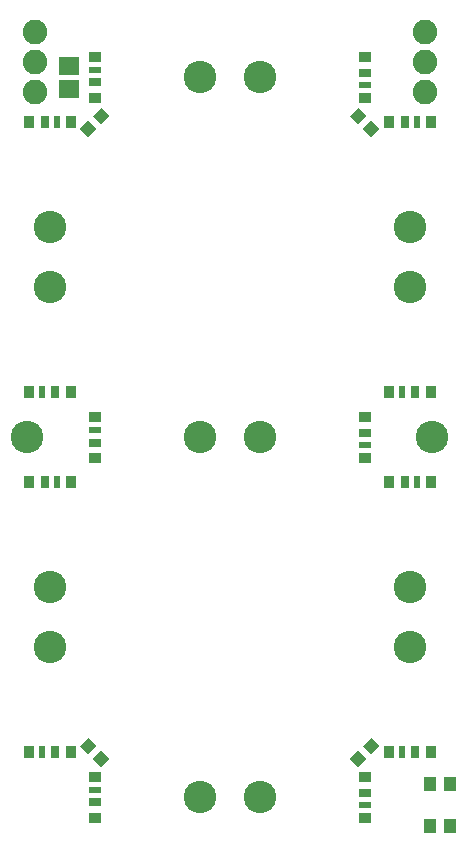
<source format=gts>
G75*
%MOIN*%
%OFA0B0*%
%FSLAX25Y25*%
%IPPOS*%
%LPD*%
%AMOC8*
5,1,8,0,0,1.08239X$1,22.5*
%
%ADD10C,0.10800*%
%ADD11R,0.04300X0.03000*%
%ADD12R,0.04300X0.02300*%
%ADD13R,0.04300X0.03700*%
%ADD14R,0.04300X0.03400*%
%ADD15R,0.03000X0.04300*%
%ADD16R,0.02300X0.04300*%
%ADD17R,0.03700X0.04300*%
%ADD18R,0.03400X0.04300*%
%ADD19R,0.06706X0.05918*%
%ADD20R,0.04146X0.04737*%
%ADD21C,0.08200*%
%ADD22R,0.03950X0.03950*%
D10*
X0026600Y0081600D03*
X0026600Y0101600D03*
X0019100Y0151600D03*
X0026600Y0201600D03*
X0026600Y0221600D03*
X0076600Y0271600D03*
X0096600Y0271600D03*
X0146600Y0221600D03*
X0146600Y0201600D03*
X0154100Y0151600D03*
X0146600Y0101600D03*
X0146600Y0081600D03*
X0096600Y0031600D03*
X0076600Y0031600D03*
X0076600Y0151600D03*
X0096600Y0151600D03*
D11*
X0131700Y0153200D03*
X0131700Y0033200D03*
X0041600Y0030000D03*
X0041600Y0149900D03*
X0041600Y0270000D03*
X0131700Y0273200D03*
D12*
X0131700Y0269100D03*
X0131700Y0149100D03*
X0131700Y0029100D03*
X0041600Y0034100D03*
X0041600Y0154000D03*
X0041600Y0274100D03*
D13*
X0041600Y0264700D03*
X0041600Y0144600D03*
X0041600Y0024700D03*
X0131700Y0038500D03*
X0131700Y0158500D03*
X0131700Y0278500D03*
D14*
X0131700Y0264700D03*
X0131700Y0144700D03*
X0131700Y0024700D03*
X0041600Y0038500D03*
X0041600Y0158400D03*
X0041600Y0278500D03*
D15*
X0025000Y0256600D03*
X0028200Y0166600D03*
X0025000Y0136600D03*
X0028200Y0046600D03*
X0145000Y0136600D03*
X0148200Y0166600D03*
X0145000Y0256600D03*
X0148200Y0046600D03*
D16*
X0144100Y0046600D03*
X0149100Y0136600D03*
X0144100Y0166600D03*
X0149100Y0256600D03*
X0029100Y0256600D03*
X0024100Y0166600D03*
X0029100Y0136600D03*
X0024100Y0046600D03*
D17*
X0033500Y0046600D03*
X0019700Y0136600D03*
X0033500Y0166600D03*
X0019700Y0256600D03*
X0139700Y0256600D03*
X0153500Y0166600D03*
X0139700Y0136600D03*
X0153500Y0046600D03*
D18*
X0019700Y0046600D03*
X0033500Y0136600D03*
X0019700Y0166600D03*
X0033500Y0256600D03*
X0139700Y0166600D03*
X0153500Y0136600D03*
X0139700Y0046600D03*
X0153500Y0256600D03*
D19*
X0032850Y0267860D03*
X0032850Y0275340D03*
D20*
X0153155Y0035990D03*
X0160045Y0035990D03*
X0160045Y0022210D03*
X0153155Y0022210D03*
D21*
X0151600Y0266600D03*
X0151600Y0276600D03*
X0151600Y0286600D03*
X0021600Y0286600D03*
X0021600Y0276600D03*
X0021600Y0266600D03*
D22*
G36*
X0042272Y0254479D02*
X0039479Y0251686D01*
X0036686Y0254479D01*
X0039479Y0257272D01*
X0042272Y0254479D01*
G37*
G36*
X0046514Y0258721D02*
X0043721Y0255928D01*
X0040928Y0258721D01*
X0043721Y0261514D01*
X0046514Y0258721D01*
G37*
G36*
X0129479Y0261514D02*
X0132272Y0258721D01*
X0129479Y0255928D01*
X0126686Y0258721D01*
X0129479Y0261514D01*
G37*
G36*
X0133721Y0257272D02*
X0136514Y0254479D01*
X0133721Y0251686D01*
X0130928Y0254479D01*
X0133721Y0257272D01*
G37*
G36*
X0136514Y0048721D02*
X0133721Y0045928D01*
X0130928Y0048721D01*
X0133721Y0051514D01*
X0136514Y0048721D01*
G37*
G36*
X0132272Y0044479D02*
X0129479Y0041686D01*
X0126686Y0044479D01*
X0129479Y0047272D01*
X0132272Y0044479D01*
G37*
G36*
X0043721Y0047272D02*
X0046514Y0044479D01*
X0043721Y0041686D01*
X0040928Y0044479D01*
X0043721Y0047272D01*
G37*
G36*
X0039479Y0051514D02*
X0042272Y0048721D01*
X0039479Y0045928D01*
X0036686Y0048721D01*
X0039479Y0051514D01*
G37*
M02*

</source>
